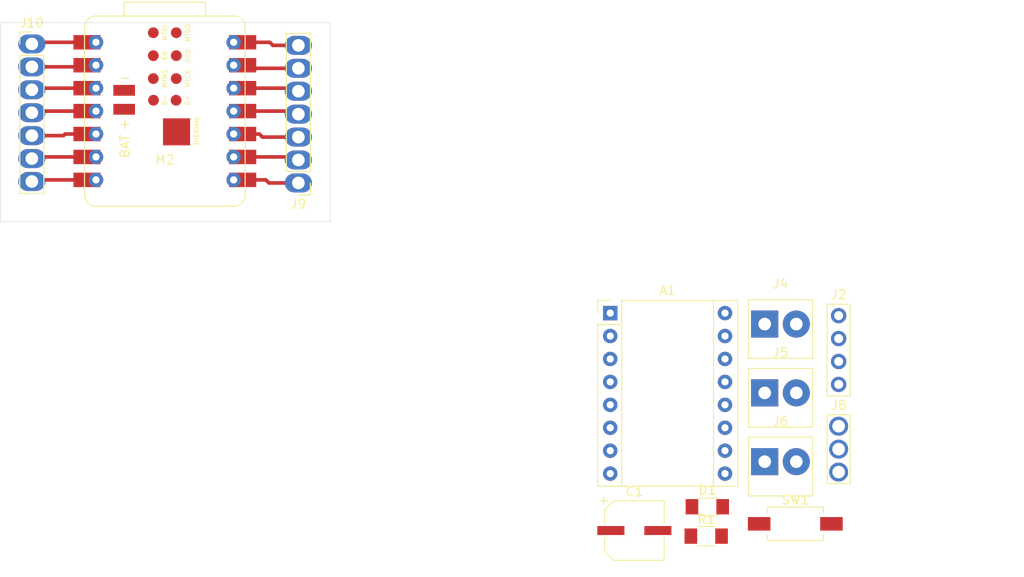
<source format=kicad_pcb>
(kicad_pcb (version 20240108) (generator "pcbnew") (generator_version "8.0")
  (layers (0 "F.Cu" signal) (31 "B.Cu" signal) (34 "B.Paste" user) (35 "F.Paste" user) (36 "B.SilkS" user "B.Silkscreen") (37 "F.SilkS" user "F.Silkscreen") (38 "B.Mask" user) (39 "F.Mask" user) (44 "Edge.Cuts" user))
  (net 0 "")
  (net 1 "A0")
  (net 2 "A3")
  (net 3 "A1")
  (net 4 "A2")
  (net 5 "GND")
  (net 6 "A10")
  (net 7 "A8")
  (net 8 "SCL")
  (net 9 "SDA")
  (net 10 "PWR_3V3")
  (net 11 "PWR_5V")
  (net 12 "Net-(A1-~{RESET})")
  (net 13 "Net-(A1-DIR)")
  (net 15 "Net-(A1-STEP)")
  (net 18 "VDD")
  (net 20 "Net-(M2-EN)")
  (net 21 "A9")
  (net 22 "A6TX")
  (net 23 "A7RX")
  (net 25 "MTMS")
  (net 26 "MTDI")
  (net 27 "MTCK")
  (net 28 "MTDO")
  (net 29 "Net-(A1-2B)")
  (net 30 "GND1")
  (net 31 "Net-(D1-A)")
  (net 32 "Net-(D1-K)")
  (net 33 "Net-(A1-2A)")
  (net 34 "Net-(A1-1B)")
  (net 35 "Net-(A1-1A)")
  (net 36 "MS2")
  (net 37 "MS3")
  (net 38 "MS1")
  (footprint "fab:PinHeader_1x04_P2.54mm_Vertical_THT_D1mm" (layer "F.Cu") (at 211.795 88.44)
    (property "Reference" "J2" (at 0 -2.33 0) (layer "F.SilkS"))
    (property "Value" "Conn_PinHeader_1x04_P2.54mm_Vertical_THT_D1mm")
    (fp_line (start -1.27 -1.27) (end -1.27 8.89) (stroke (width 0.12)) (layer "F.SilkS"))
    (fp_line (start -1.27 -1.27) (end 1.27 -1.27) (stroke (width 0.12)) (layer "F.SilkS"))
    (fp_line (start -1.27 8.89) (end 1.27 8.89) (stroke (width 0.12)) (layer "F.SilkS"))
    (fp_line (start 1.27 -1.27) (end 1.27 8.89) (stroke (width 0.12)) (layer "F.SilkS"))
    (pad "1" thru_hole oval (at 0 0) (size 1.7 1.7) (drill 1) (layers "*.Cu" "*.Mask") (net 26 "MTDI"))
    (pad "2" thru_hole oval (at 0 2.54) (size 1.7 1.7) (drill 1) (layers "*.Cu" "*.Mask") (net 28 "MTDO"))
    (pad "3" thru_hole oval (at 0 5.08) (size 1.7 1.7) (drill 1) (layers "*.Cu" "*.Mask") (net 25 "MTMS"))
    (pad "4" thru_hole oval (at 0 7.62) (size 1.7 1.7) (drill 1) (layers "*.Cu" "*.Mask") (net 27 "MTCK"))
  )
  (footprint "fab:PinHeader_1x07_P2.54mm_Vertical_THT_D1.4mm" (layer "F.Cu") (at 152 73.74 180)
    (property "Reference" "J9" (at 0 -2.33 360) (layer "F.SilkS"))
    (property "Value" "Conn_PinHeader_1x07_P2.54mm_Vertical_THT_D1.4mm")
    (fp_line (start 1.33 1.27) (end 1.33 16.57) (stroke (width 0.12)) (layer "F.SilkS"))
    (fp_line (start -1.33 16.57) (end 1.33 16.57) (stroke (width 0.12)) (layer "F.SilkS"))
    (fp_line (start -1.33 1.27) (end 1.33 1.27) (stroke (width 0.12)) (layer "F.SilkS"))
    (fp_line (start -1.33 1.27) (end -1.33 16.57) (stroke (width 0.12)) (layer "F.SilkS"))
    (fp_line (start -1.33 0) (end -1.33 -1.33) (stroke (width 0.12)) (layer "F.SilkS"))
    (fp_line (start -1.33 -1.33) (end 0 -1.33) (stroke (width 0.12)) (layer "F.SilkS"))
    (pad "1" thru_hole oval (at 0 0 180) (size 3 2.1) (drill 1.4) (layers "*.Cu" "*.Mask") (net 23 "A7RX"))
    (pad "2" thru_hole oval (at 0 2.54 180) (size 3 2.1) (drill 1.4) (layers "*.Cu" "*.Mask") (net 7 "A8"))
    (pad "3" thru_hole oval (at 0 5.08 180) (size 3 2.1) (drill 1.4) (layers "*.Cu" "*.Mask") (net 21 "A9"))
    (pad "4" thru_hole oval (at 0 7.62 180) (size 3 2.1) (drill 1.4) (layers "*.Cu" "*.Mask") (net 6 "A10"))
    (pad "5" thru_hole oval (at 0 10.16 180) (size 3 2.1) (drill 1.4) (layers "*.Cu" "*.Mask") (net 10 "PWR_3V3"))
    (pad "6" thru_hole oval (at 0 12.7 180) (size 3 2.1) (drill 1.4) (layers "*.Cu" "*.Mask") (net 5 "GND"))
    (pad "7" thru_hole oval (at 0 15.24 180) (size 3 2.1) (drill 1.4) (layers "*.Cu" "*.Mask") (net 11 "PWR_5V"))
  )
  (footprint "Module:Pololu_Breakout-16_15.2x20.3mm" (layer "F.Cu") (at 186.515 88.16)
    (property "Reference" "A1" (at 6.35 -2.54 0) (layer "F.SilkS"))
    (property "Value" "Pololu_Breakout_A4988")
    (fp_line (start -1.4 -1.4) (end -1.4 0) (stroke (width 0.12)) (layer "F.SilkS"))
    (fp_line (start -1.4 1.27) (end -1.4 19.18) (stroke (width 0.12)) (layer "F.SilkS"))
    (fp_line (start -1.4 19.18) (end 14.1 19.18) (stroke (width 0.12)) (layer "F.SilkS"))
    (fp_line (start 0 -1.4) (end -1.4 -1.4) (stroke (width 0.12)) (layer "F.SilkS"))
    (fp_line (start 1.27 -1.4) (end 1.27 1.27) (stroke (width 0.12)) (layer "F.SilkS"))
    (fp_line (start 1.27 1.27) (end -1.4 1.27) (stroke (width 0.12)) (layer "F.SilkS"))
    (fp_line (start 1.27 1.27) (end 1.27 19.18) (stroke (width 0.12)) (layer "F.SilkS"))
    (fp_line (start 11.43 -1.4) (end 11.43 19.18) (stroke (width 0.12)) (layer "F.SilkS"))
    (fp_line (start 14.1 -1.4) (end 1.27 -1.4) (stroke (width 0.12)) (layer "F.SilkS"))
    (fp_line (start 14.1 19.18) (end 14.1 -1.4) (stroke (width 0.12)) (layer "F.SilkS"))
    (pad "1" thru_hole rect (at 0 0) (size 1.6 1.6) (drill 0.8) (layers "*.Cu" "*.Mask") (net 30 "GND1"))
    (pad "2" thru_hole oval (at 0 2.54) (size 1.6 1.6) (drill 0.8) (layers "*.Cu" "*.Mask") (net 18 "VDD"))
    (pad "3" thru_hole oval (at 0 5.08) (size 1.6 1.6) (drill 0.8) (layers "*.Cu" "*.Mask") (net 34 "Net-(A1-1B)"))
    (pad "4" thru_hole oval (at 0 7.62) (size 1.6 1.6) (drill 0.8) (layers "*.Cu" "*.Mask") (net 35 "Net-(A1-1A)"))
    (pad "5" thru_hole oval (at 0 10.16) (size 1.6 1.6) (drill 0.8) (layers "*.Cu" "*.Mask") (net 33 "Net-(A1-2A)"))
    (pad "6" thru_hole oval (at 0 12.7) (size 1.6 1.6) (drill 0.8) (layers "*.Cu" "*.Mask") (net 29 "Net-(A1-2B)"))
    (pad "7" thru_hole oval (at 0 15.24) (size 1.6 1.6) (drill 0.8) (layers "*.Cu" "*.Mask") (net 30 "GND1"))
    (pad "8" thru_hole oval (at 0 17.78) (size 1.6 1.6) (drill 0.8) (layers "*.Cu" "*.Mask") (net 18 "VDD"))
    (pad "9" thru_hole oval (at 12.7 17.78) (size 1.6 1.6) (drill 0.8) (layers "*.Cu" "*.Mask"))
    (pad "10" thru_hole oval (at 12.7 15.24) (size 1.6 1.6) (drill 0.8) (layers "*.Cu" "*.Mask") (net 38 "MS1"))
    (pad "11" thru_hole oval (at 12.7 12.7) (size 1.6 1.6) (drill 0.8) (layers "*.Cu" "*.Mask") (net 36 "MS2"))
    (pad "12" thru_hole oval (at 12.7 10.16) (size 1.6 1.6) (drill 0.8) (layers "*.Cu" "*.Mask") (net 37 "MS3"))
    (pad "13" thru_hole oval (at 12.7 7.62) (size 1.6 1.6) (drill 0.8) (layers "*.Cu" "*.Mask") (net 12 "Net-(A1-~{RESET})"))
    (pad "14" thru_hole oval (at 12.7 5.08) (size 1.6 1.6) (drill 0.8) (layers "*.Cu" "*.Mask") (net 12 "Net-(A1-~{RESET})"))
    (pad "15" thru_hole oval (at 12.7 2.54) (size 1.6 1.6) (drill 0.8) (layers "*.Cu" "*.Mask") (net 15 "Net-(A1-STEP)"))
    (pad "16" thru_hole oval (at 12.7 0) (size 1.6 1.6) (drill 0.8) (layers "*.Cu" "*.Mask") (net 13 "Net-(A1-DIR)"))
  )
  (footprint "fab:TerminalBlock_OnShore_1x02_P3.50mm_Horizontal" (layer "F.Cu") (at 203.61 89.375)
    (property "Reference" "J4" (at 1.75 -4.46 0) (layer "F.SilkS"))
    (property "Value" "Screw_Terminal_01x02_P3.5mm")
    (fp_line (start -1.8 -2.7) (end -1.8 3.8) (stroke (width 0.12)) (layer "F.SilkS"))
    (fp_line (start -1.8 -2.7) (end 5.3 -2.7) (stroke (width 0.12)) (layer "F.SilkS"))
    (fp_line (start -1.8 3.8) (end 5.3 3.8) (stroke (width 0.12)) (layer "F.SilkS"))
    (fp_line (start 5.3 -2.7) (end 5.3 3.8) (stroke (width 0.12)) (layer "F.SilkS"))
    (pad "1" thru_hole rect (at 0 0) (size 3 3) (drill 1.4) (layers "*.Cu" "*.Mask") (net 13 "Net-(A1-DIR)"))
    (pad "2" thru_hole circle (at 3.5 0) (size 3 3) (drill 1.4) (layers "*.Cu" "*.Mask") (net 15 "Net-(A1-STEP)"))
  )
  (footprint "fab:TerminalBlock_OnShore_1x02_P3.50mm_Horizontal" (layer "F.Cu") (at 203.61 104.615)
    (property "Reference" "J6" (at 1.75 -4.46 0) (layer "F.SilkS"))
    (property "Value" "Screw_Terminal_01x02_P3.5mm")
    (fp_line (start -1.8 -2.7) (end -1.8 3.8) (stroke (width 0.12)) (layer "F.SilkS"))
    (fp_line (start -1.8 -2.7) (end 5.3 -2.7) (stroke (width 0.12)) (layer "F.SilkS"))
    (fp_line (start -1.8 3.8) (end 5.3 3.8) (stroke (width 0.12)) (layer "F.SilkS"))
    (fp_line (start 5.3 -2.7) (end 5.3 3.8) (stroke (width 0.12)) (layer "F.SilkS"))
    (pad "1" thru_hole rect (at 0 0) (size 3 3) (drill 1.4) (layers "*.Cu" "*.Mask") (net 30 "GND1"))
    (pad "2" thru_hole circle (at 3.5 0) (size 3 3) (drill 1.4) (layers "*.Cu" "*.Mask") (net 18 "VDD"))
  )
  (footprint "fab:LED_1206" (layer "F.Cu") (at 197.26 109.61)
    (property "Reference" "D1" (at 0 -1.85 0) (layer "F.SilkS"))
    (property "Value" "LED_1206")
    (fp_line (start -1.1 -0.95) (end 1.1 -0.95) (stroke (width 0.12)) (layer "F.SilkS"))
    (fp_line (start -1.1 1) (end 1.1 1) (stroke (width 0.12)) (layer "F.SilkS"))
    (pad "1" smd rect (at -1.7 0) (size 1.4 1.7) (layers "F.Cu" "F.Paste" "F.Mask") (net 32 "Net-(D1-K)"))
    (pad "2" smd rect (at 1.7 0) (size 1.4 1.7) (layers "F.Cu" "F.Paste" "F.Mask") (net 31 "Net-(D1-A)"))
  )
  (footprint "fab:PinHeader_1x07_P2.54mm_Vertical_THT_D1.4mm" (layer "F.Cu") (at 122.5 58.34)
    (property "Reference" "J10" (at 0 -2.33 0) (layer "F.SilkS"))
    (property "Value" "Conn_PinHeader_1x07_P2.54mm_Vertical_THT_D1.4mm" (hide yes))
    (fp_line (start -1.33 -1.33) (end 0 -1.33) (stroke (width 0.12)) (layer "F.SilkS"))
    (fp_line (start -1.33 0) (end -1.33 -1.33) (stroke (width 0.12)) (layer "F.SilkS"))
    (fp_line (start -1.33 1.27) (end -1.33 16.57) (stroke (width 0.12)) (layer "F.SilkS"))
    (fp_line (start -1.33 1.27) (end 1.33 1.27) (stroke (width 0.12)) (layer "F.SilkS"))
    (fp_line (start -1.33 16.57) (end 1.33 16.57) (stroke (width 0.12)) (layer "F.SilkS"))
    (fp_line (start 1.33 1.27) (end 1.33 16.57) (stroke (width 0.12)) (layer "F.SilkS"))
    (pad "1" thru_hole oval (at 0 0) (size 3 2.1) (drill 1.4) (layers "*.Cu" "*.Mask") (net 1 "A0"))
    (pad "2" thru_hole oval (at 0 2.54) (size 3 2.1) (drill 1.4) (layers "*.Cu" "*.Mask") (net 3 "A1"))
    (pad "3" thru_hole oval (at 0 5.08) (size 3 2.1) (drill 1.4) (layers "*.Cu" "*.Mask") (net 4 "A2"))
    (pad "4" thru_hole oval (at 0 7.62) (size 3 2.1) (drill 1.4) (layers "*.Cu" "*.Mask") (net 2 "A3"))
    (pad "5" thru_hole oval (at 0 10.16) (size 3 2.1) (drill 1.4) (layers "*.Cu" "*.Mask") (net 9 "SDA"))
    (pad "6" thru_hole oval (at 0 12.7) (size 3 2.1) (drill 1.4) (layers "*.Cu" "*.Mask") (net 8 "SCL"))
    (pad "7" thru_hole oval (at 0 15.24) (size 3 2.1) (drill 1.4) (layers "*.Cu" "*.Mask") (net 22 "A6TX"))
  )
  (footprint "fab:R_1206" (layer "F.Cu") (at 197.135 112.865)
    (property "Reference" "R1" (at 0 -1.85 0) (layer "F.SilkS"))
    (property "Value" "R_1206")
    (fp_line (start -1 -1.07) (end 1 -1.07) (stroke (width 0.12)) (layer "F.SilkS"))
    (fp_line (start 1 1.07) (end -1 1.07) (stroke (width 0.12)) (layer "F.SilkS"))
    (pad "1" smd rect (at -1.7 0) (size 1.4 1.7) (layers "F.Cu" "F.Paste" "F.Mask") (net 5 "GND"))
    (pad "2" smd rect (at 1.7 0) (size 1.4 1.7) (layers "F.Cu" "F.Paste" "F.Mask") (net 31 "Net-(D1-A)"))
  )
  (footprint "fab:TerminalBlock_OnShore_1x02_P3.50mm_Horizontal" (layer "F.Cu") (at 203.61 96.995)
    (property "Reference" "J5" (at 1.75 -4.46 0) (layer "F.SilkS"))
    (property "Value" "Screw_Terminal_01x02_P3.5mm")
    (fp_line (start -1.8 -2.7) (end -1.8 3.8) (stroke (width 0.12)) (layer "F.SilkS"))
    (fp_line (start -1.8 -2.7) (end 5.3 -2.7) (stroke (width 0.12)) (layer "F.SilkS"))
    (fp_line (start -1.8 3.8) (end 5.3 3.8) (stroke (width 0.12)) (layer "F.SilkS"))
    (fp_line (start 5.3 -2.7) (end 5.3 3.8) (stroke (width 0.12)) (layer "F.SilkS"))
    (pad "1" thru_hole rect (at 0 0) (size 3 3) (drill 1.4) (layers "*.Cu" "*.Mask") (net 30 "GND1"))
    (pad "2" thru_hole circle (at 3.5 0) (size 3 3) (drill 1.4) (layers "*.Cu" "*.Mask") (net 18 "VDD"))
  )
  (footprint "fab:CP_Elec_D6.3mm_H6.1mm" (layer "F.Cu") (at 189.185 112.245)
    (property "Reference" "C1" (at 0 -4.3 0) (layer "F.SilkS"))
    (property "Value" "CP_Elec_D6.3mm_H6.1mm")
    (fp_line (start -3.8 -3.3) (end -3 -3.3) (stroke (width 0.12)) (layer "F.SilkS"))
    (fp_line (start -3.4 -3.7) (end -3.4 -2.9) (stroke (width 0.12)) (layer "F.SilkS"))
    (fp_line (start -3.3 -2.3) (end -2.3 -3.3) (stroke (width 0.12)) (layer "F.SilkS"))
    (fp_line (start -3.3 -0.8) (end -3.3 -2.3) (stroke (width 0.12)) (layer "F.SilkS"))
    (fp_line (start -3.3 0.8) (end -3.3 2.3) (stroke (width 0.12)) (layer "F.SilkS"))
    (fp_line (start -3.3 2.3) (end -2.3 3.3) (stroke (width 0.12)) (layer "F.SilkS"))
    (fp_line (start -2.3 -3.3) (end 3.3 -3.3) (stroke (width 0.12)) (layer "F.SilkS"))
    (fp_line (start -2.3 3.3) (end 3.3 3.3) (stroke (width 0.12)) (layer "F.SilkS"))
    (fp_line (start 3.3 -3.3) (end 3.3 -0.8) (stroke (width 0.12)) (layer "F.SilkS"))
    (fp_line (start 3.3 3.3) (end 3.3 0.8) (stroke (width 0.12)) (layer "F.SilkS"))
    (pad "1" smd rect (at -2.6 0) (size 3 1) (layers "F.Cu" "F.Paste" "F.Mask") (net 18 "VDD"))
    (pad "2" smd rect (at 2.6 0) (size 3 1) (layers "F.Cu" "F.Paste" "F.Mask") (net 30 "GND1"))
  )
  (footprint "fab:Button_CnK_PTS636.0_6x3.5mm" (layer "F.Cu") (at 207 111.5)
    (property "Reference" "SW1" (at 0 -2.65 0) (layer "F.SilkS"))
    (property "Value" "Switch_Tactile_CnK")
    (fp_line (start -3.1 -1.85) (end -3.1 -1.2) (stroke (width 0.12)) (layer "F.SilkS"))
    (fp_line (start -3.1 1.2) (end -3.1 1.85) (stroke (width 0.12)) (layer "F.SilkS"))
    (fp_line (start -3.1 1.85) (end 3.1 1.85) (stroke (width 0.12)) (layer "F.SilkS"))
    (fp_line (start 3.1 -1.85) (end -3.1 -1.85) (stroke (width 0.12)) (layer "F.SilkS"))
    (fp_line (start 3.1 -1.85) (end 3.1 -1.2) (stroke (width 0.12)) (layer "F.SilkS"))
    (fp_line (start 3.1 1.85) (end 3.1 1.2) (stroke (width 0.12)) (layer "F.SilkS"))
    (pad "1" smd rect (at -4 0) (size 2.5 1.5) (layers "F.Cu" "F.Paste" "F.Mask") (net 20 "Net-(M2-EN)"))
    (pad "2" smd rect (at 4 0) (size 2.5 1.5) (layers "F.Cu" "F.Paste" "F.Mask") (net 32 "Net-(D1-K)"))
  )
  (footprint "fab:SeeedStudio_XIAO_ESP32S3" (layer "F.Cu") (at 137.215 65.78)
    (property "Reference" "M2" (at 0 5.39 0) (layer "F.SilkS"))
    (property "Value" "Module_XIAO-ESP32S3")
    (fp_line (start -8.8875 9.281) (end -8.8875 -9.261) (stroke (width 0.12)) (layer "F.SilkS"))
    (fp_line (start -7.6175 -10.531) (end 7.6225 -10.531) (stroke (width 0.12)) (layer "F.SilkS"))
    (fp_line (start 7.6225 10.551) (end -7.6175 10.551) (stroke (width 0.12)) (layer "F.SilkS"))
    (fp_line (start 8.8925 -9.261) (end 8.8925 9.281) (stroke (width 0.12)) (layer "F.SilkS"))
    (fp_rect (start -4.4975 -10.531) (end 4.5025 -12.055) (stroke (width 0.12)) (fill none) (layer "F.SilkS"))
    (fp_arc (start -8.8875 -9.261) (mid -8.515526 -10.159026) (end -7.6175 -10.531) (stroke (width 0.12)) (layer "F.SilkS"))
    (fp_arc (start -7.6175 10.551) (mid -8.515526 10.179026) (end -8.8875 9.281) (stroke (width 0.12)) (layer "F.SilkS"))
    (fp_arc (start 7.6225 -10.531) (mid 8.520526 -10.159026) (end 8.8925 -9.261) (stroke (width 0.12)) (layer "F.SilkS"))
    (fp_arc (start 8.8925 9.281) (mid 8.520526 10.179026) (end 7.6225 10.551) (stroke (width 0.12)) (layer "F.SilkS"))
    (fp_text user "+" (at -4.4 1.4 0) (layer "F.SilkS"))
    (fp_text user "THERMAL" (at 3.5 2.2 90) (layer "F.SilkS") (effects (font (size 0.5 0.5) (thickness 0.1) (bold yes))))
    (fp_text user "MTDI" (at 0 -8.68 90) (layer "F.SilkS") (effects (font (size 0.5 0.5) (thickness 0.1) (bold yes))))
    (fp_text user "-" (at -4.4 -3.7 0) (layer "F.SilkS"))
    (fp_text user "GND" (at 2.54 -6.14 90) (layer "F.SilkS") (effects (font (size 0.5 0.5) (thickness 0.1) (bold yes))))
    (fp_text user "D-" (at 0 -1.2 90) (layer "F.SilkS") (effects (font (size 0.5 0.5) (thickness 0.1) (bold yes))))
    (fp_text user "MTMS" (at 0 -3.6 90) (layer "F.SilkS") (effects (font (size 0.5 0.5) (thickness 0.1) (bold yes))))
    (fp_text user "MTDO" (at 2.54 -8.68 90) (layer "F.SilkS") (effects (font (size 0.5 0.5) (thickness 0.1) (bold yes))))
    (fp_text user "EN" (at 0 -6.14 90) (layer "F.SilkS") (effects (font (size 0.5 0.5) (thickness 0.1) (bold yes))))
    (fp_text user "MTCK" (at 2.54 -3.6 90) (layer "F.SilkS") (effects (font (size 0.5 0.5) (thickness 0.1) (bold yes))))
    (fp_text user "BAT" (at -5 3.9 90) (layer "F.SilkS") (effects (justify top)))
    (fp_text user "D+" (at 2.5 -1.2 90) (layer "F.SilkS") (effects (font (size 0.5 0.5) (thickness 0.1) (bold yes))))
    (pad "1" thru_hole circle (at -7.615 -7.62) (size 1.6 1.6) (drill 0.8) (layers "*.Cu" "*.Mask") (net 1 "A0"))
    (pad "1" smd rect (at -7.615 -7.62) (size 3 1.6) (drill (offset -1 0)) (layers "F.Cu" "F.Paste" "F.Mask") (net 1 "A0"))
    (pad "2" thru_hole circle (at -7.615 -5.08) (size 1.6 1.6) (drill 0.8) (layers "*.Cu" "*.Mask") (net 3 "A1"))
    (pad "2" smd rect (at -7.615 -5.08) (size 3 1.6) (drill (offset -1 0)) (layers "F.Cu" "F.Paste" "F.Mask") (net 3 "A1"))
    (pad "3" thru_hole circle (at -7.615 -2.54) (size 1.6 1.6) (drill 0.8) (layers "*.Cu" "*.Mask") (net 4 "A2"))
    (pad "3" smd rect (at -7.615 -2.54) (size 3 1.6) (drill (offset -1 0)) (layers "F.Cu" "F.Paste" "F.Mask") (net 4 "A2"))
    (pad "4" thru_hole circle (at -7.615 0) (size 1.6 1.6) (drill 0.8) (layers "*.Cu" "*.Mask") (net 2 "A3"))
    (pad "4" smd rect (at -7.615 0) (size 3 1.6) (drill (offset -1 0)) (layers "F.Cu" "F.Paste" "F.Mask") (net 2 "A3"))
    (pad "5" thru_hole circle (at -7.615 2.54) (size 1.6 1.6) (drill 0.8) (layers "*.Cu" "*.Mask") (net 9 "SDA"))
    (pad "5" smd rect (at -7.615 2.54) (size 3 1.6) (drill (offset -1 0)) (layers "F.Cu" "F.Paste" "F.Mask") (net 9 "SDA"))
    (pad "6" thru_hole circle (at -7.615 5.08) (size 1.6 1.6) (drill 0.8) (layers "*.Cu" "*.Mask") (net 8 "SCL"))
    (pad "6" smd rect (at -7.615 5.08) (size 3 1.6) (drill (offset -1 0)) (layers "F.Cu" "F.Paste" "F.Mask") (net 8 "SCL"))
    (pad "7" thru_hole circle (at -7.615 7.62) (size 1.6 1.6) (drill 0.8) (layers "*.Cu" "*.Mask") (net 22 "A6TX"))
    (pad "7" smd rect (at -7.615 7.62) (size 3 1.6) (drill (offset -1 0)) (layers "F.Cu" "F.Paste" "F.Mask") (net 22 "A6TX"))
    (pad "8" thru_hole circle (at 7.62 7.62) (size 1.6 1.6) (drill 0.8) (layers "*.Cu" "*.Mask") (net 23 "A7RX"))
    (pad "8" smd rect (at 7.62 7.62) (size 3 1.6) (drill (offset 1 0)) (layers "F.Cu" "F.Paste" "F.Mask") (net 23 "A7RX"))
    (pad "9" thru_hole circle (at 7.62 5.08) (size 1.6 1.6) (drill 0.8) (layers "*.Cu" "*.Mask") (net 7 "A8"))
    (pad "9" smd rect (at 7.62 5.08) (size 3 1.6) (drill (offset 1 0)) (layers "F.Cu" "F.Paste" "F.Mask") (net 7 "A8"))
    (pad "10" thru_hole circle (at 7.62 2.54) (size 1.6 1.6) (drill 0.8) (layers "*.Cu" "*.Mask") (net 21 "A9"))
    (pad "10" smd rect (at 7.62 2.54) (size 3 1.6) (drill (offset 1 0)) (layers "F.Cu" "F.Paste" "F.Mask") (net 21 "A9"))
    (pad "11" thru_hole circle (at 7.62 0) (size 1.6 1.6) (drill 0.8) (layers "*.Cu" "*.Mask") (net 6 "A10"))
    (pad "11" smd rect (at 7.62 0) (size 3 1.6) (drill (offset 1 0)) (layers "F.Cu" "F.Paste" "F.Mask") (net 6 "A10"))
    (pad "12" thru_hole circle (at 7.62 -2.54) (size 1.6 1.6) (drill 0.8) (layers "*.Cu" "*.Mask") (net 10 "PWR_3V3"))
    (pad "12" smd rect (at 7.62 -2.54) (size 3 1.6) (drill (offset 1 0)) (layers "F.Cu" "F.Paste" "F.Mask") (net 10 "PWR_3V3"))
    (pad "13" thru_hole circle (at 7.62 -5.08) (size 1.6 1.6) (drill 0.8) (layers "*.Cu" "*.Mask") (net 5 "GND"))
    (pad "13" smd rect (at 7.62 -5.08) (size 3 1.6) (drill (offset 1 0)) (layers "F.Cu" "F.Paste" "F.Mask") (net 5 "GND"))
    (pad "14" thru_hole circle (at 7.62 -7.62) (size 1.6 1.6) (drill 0.8) (layers "*.Cu" "*.Mask") (net 11 "PWR_5V"))
    (pad "14" smd rect (at 7.62 -7.62) (size 3 1.6) (drill (offset 1 0)) (layers "F.Cu" "F.Paste" "F.Mask") (net 11 "PWR_5V"))
    (pad "15" smd rect (at -4.5 -2.3) (size 2.4 1.2) (layers "F.Cu" "F.Paste" "F.Mask") (net 5 "GND"))
    (pad "16" smd rect (at -4.5 -0.2) (size 2.4 1.2) (layers "F.Cu" "F.Paste" "F.Mask"))
    (pad "17" smd circle (at -1.27 -8.68) (size 1.2 1.2) (layers "F.Cu" "F.Paste" "F.Mask") (net 26 "MTDI"))
    (pad "18" smd circle (at -1.27 -6.14) (size 1.2 1.2) (layers "F.Cu" "F.Paste" "F.Mask") (net 20 "Net-(M2-EN)"))
    (pad "19" smd circle (at -1.27 -3.6) (size 1.2 1.2) (layers "F.Cu" "F.Paste" "F.Mask") (net 25 "MTMS"))
    (pad "20" smd circle (at 1.27 -3.6) (size 1.2 1.2) (layers "F.Cu" "F.Paste" "F.Mask") (net 27 "MTCK"))
    (pad "21" smd circle (at 1.27 -6.14) (size 1.2 1.2) (layers "F.Cu" "F.Paste" "F.Mask") (net 5 "GND"))
    (pad "22" smd circle (at 1.27 -8.68) (size 1.2 1.2) (layers "F.Cu" "F.Paste" "F.Mask") (net 28 "MTDO"))
    (pad "23" smd circle (at -1.25 -1.2) (size 1.2 1.2) (layers "F.Cu" "F.Paste" "F.Mask"))
    (pad "24" smd circle (at 1.25 -1.2) (size 1.2 1.2) (layers "F.Cu" "F.Paste" "F.Mask"))
    (pad "25" smd rect (at 1.3 2.3) (size 3 3) (layers "F.Cu" "F.Paste" "F.Mask"))
  )
  (footprint "fab:PinHeader_1x03_P2.54mm_Vertical_THT_D1.4mm" (layer "F.Cu") (at 211.795 100.69)
    (property "Reference" "J8" (at 0 -2.33 0) (layer "F.SilkS"))
    (property "Value" "Conn_PinHeader_1x03_P2.54mm_Vertical_THT_D1.4mm")
    (fp_line (start -1.27 -1.27) (end -1.27 6.35) (stroke (width 0.12)) (layer "F.SilkS"))
    (fp_line (start -1.27 -1.27) (end 1.27 -1.27) (stroke (width 0.12)) (layer "F.SilkS"))
    (fp_line (start -1.27 6.35) (end 1.27 6.35) (stroke (width 0.12)) (layer "F.SilkS"))
    (fp_line (start 1.27 -1.27) (end 1.27 6.35) (stroke (width 0.12)) (layer "F.SilkS"))
    (pad "1" thru_hole circle (at 0 0) (size 2.1 2.1) (drill 1.4) (layers "*.Cu" "*.Mask") (net 38 "MS1"))
    (pad "2" thru_hole circle (at 0 2.54) (size 2.1 2.1) (drill 1.4) (layers "*.Cu" "*.Mask") (net 36 "MS2"))
    (pad "3" thru_hole circle (at 0 5.08) (size 2.1 2.1) (drill 1.4) (layers "*.Cu" "*.Mask") (net 37 "MS3"))
  )
  (gr_rect (start 119 56) (end 155.5 78) (stroke (width 0.05)) (fill none) (layer "Edge.Cuts"))
  (segment (start 122.68 58.16) (end 122.5 58.34) (width 0.4) (layer "F.Cu") (net 1))
  (segment (start 129.6 58.16) (end 122.68 58.16) (width 0.4) (layer "F.Cu") (net 1))
  (segment (start 129.6 65.78) (end 122.68 65.78) (width 0.4) (layer "F.Cu") (net 2))
  (segment (start 122.68 65.78) (end 122.5 65.96) (width 0.4) (layer "F.Cu") (net 2))
  (segment (start 128.52 60.88) (end 122.5 60.88) (width 0.4) (layer "F.Cu") (net 3))
  (segment (start 128.7 60.7) (end 128.52 60.88) (width 0.4) (layer "F.Cu") (net 3))
  (segment (start 129.6 60.7) (end 128.7 60.7) (width 0.4) (layer "F.Cu") (net 3))
  (segment (start 122.68 63.24) (end 122.5 63.42) (width 0.4) (layer "F.Cu") (net 4))
  (segment (start 129.6 63.24) (end 122.68 63.24) (width 0.4) (layer "F.Cu") (net 4))
  (segment (start 146.14 61.04) (end 152 61.04) (width 0.4) (layer "F.Cu") (net 5))
  (segment (start 144.835 60.7) (end 145.8 60.7) (width 0.2) (layer "F.Cu") (net 5))
  (segment (start 144.975 60.84) (end 144.835 60.7) (width 0.2) (layer "F.Cu") (net 5))
  (segment (start 145.8 60.7) (end 146.14 61.04) (width 0.2) (layer "F.Cu") (net 5))
  (segment (start 144.975 65.92) (end 144.835 65.78) (width 0.2) (layer "F.Cu") (net 6))
  (segment (start 144.835 65.78) (end 151.66 65.78) (width 0.4) (layer "F.Cu") (net 6))
  (segment (start 151.66 65.78) (end 152 66.12) (width 0.2) (layer "F.Cu") (net 6))
  (segment (start 144.975 71) (end 144.835 70.86) (width 0.2) (layer "F.Cu") (net 7))
  (segment (start 144.835 70.86) (end 151.66 70.86) (width 0.4) (layer "F.Cu") (net 7))
  (segment (start 151.66 70.86) (end 152 71.2) (width 0.2) (layer "F.Cu") (net 7))
  (segment (start 122.68 70.86) (end 122.5 71.04) (width 0.4) (layer "F.Cu") (net 8))
  (segment (start 129.6 70.86) (end 122.68 70.86) (width 0.4) (layer "F.Cu") (net 8))
  (segment (start 126.18 68.32) (end 126 68.5) (width 0.4) (layer "F.Cu") (net 9))
  (segment (start 129.6 68.32) (end 126.18 68.32) (width 0.4) (layer "F.Cu") (net 9))
  (segment (start 126 68.5) (end 122.5 68.5) (width 0.4) (layer "F.Cu") (net 9))
  (segment (start 144.975 63.38) (end 144.835 63.24) (width 0.2) (layer "F.Cu") (net 10))
  (segment (start 151.66 63.24) (end 152 63.58) (width 0.2) (layer "F.Cu") (net 10))
  (segment (start 144.835 63.24) (end 151.66 63.24) (width 0.4) (layer "F.Cu") (net 10))
  (segment (start 148.84 58.16) (end 149.18 58.5) (width 0.4) (layer "F.Cu") (net 11))
  (segment (start 144.835 58.16) (end 148.84 58.16) (width 0.4) (layer "F.Cu") (net 11))
  (segment (start 144.975 58.3) (end 144.835 58.16) (width 0.2) (layer "F.Cu") (net 11))
  (segment (start 149.18 58.5) (end 152 58.5) (width 0.4) (layer "F.Cu") (net 11))
  (segment (start 148.02 68.66) (end 152 68.66) (width 0.4) (layer "F.Cu") (net 21))
  (segment (start 144.975 68.46) (end 144.835 68.32) (width 0.2) (layer "F.Cu") (net 21))
  (segment (start 144.835 68.32) (end 147.68 68.32) (width 0.4) (layer "F.Cu") (net 21))
  (segment (start 147.68 68.32) (end 148.02 68.66) (width 0.4) (layer "F.Cu") (net 21))
  (segment (start 129.6 73.4) (end 122.68 73.4) (width 0.4) (layer "F.Cu") (net 22))
  (segment (start 122.68 73.4) (end 122.5 73.58) (width 0.4) (layer "F.Cu") (net 22))
  (segment (start 144.835 73.4) (end 148.4 73.4) (width 0.4) (layer "F.Cu") (net 23))
  (segment (start 148.4 73.4) (end 148.74 73.74) (width 0.4) (layer "F.Cu") (net 23))
  (segment (start 148.74 73.74) (end 152 73.74) (width 0.4) (layer "F.Cu") (net 23))
)
</source>
